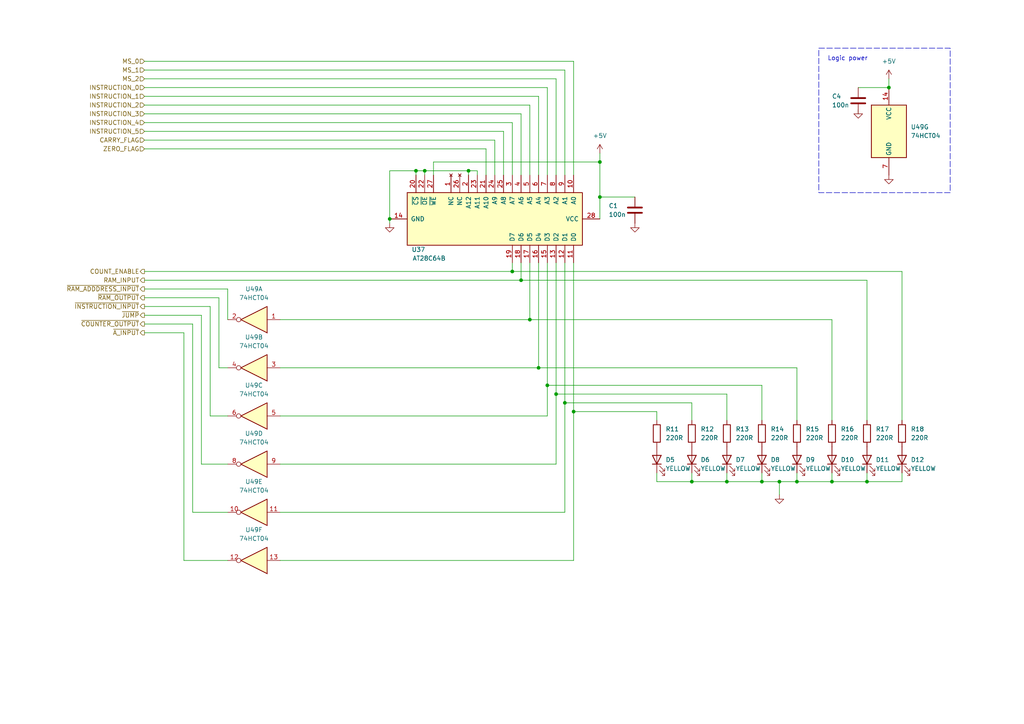
<source format=kicad_sch>
(kicad_sch (version 20230121) (generator eeschema)
  (paper "A4")
  (lib_symbols
    (symbol "01_my_library:28C64B" (pin_names (offset 1.016))
      (property "Reference" "U" (at 0 0 0))
      (symbol "28C64B_1_1"
        (rectangle (start -7.62 25.4) (end 7.62 -25.4) (stroke (width 0.254)) (fill (type background)))
        (pin no_connect line (at -12.7 -12.7 0) (length 5.08) (name "NC") (number "1"))
        (pin input line (at -12.7 22.86 0) (length 5.08) (name "A0") (number "10"))
        (pin tri_state line (at 12.7 22.86 180) (length 5.08) (name "D0") (number "11"))
        (pin tri_state line (at 12.7 20.32 180) (length 5.08) (name "D1") (number "12"))
        (pin tri_state line (at 12.7 17.78 180) (length 5.08) (name "D2") (number "13"))
        (pin power_in line (at 0 -30.48 90) (length 5.08) (name "GND") (number "14"))
        (pin tri_state line (at 12.7 15.24 180) (length 5.08) (name "D3") (number "15"))
        (pin tri_state line (at 12.7 12.7 180) (length 5.08) (name "D4") (number "16"))
        (pin tri_state line (at 12.7 10.16 180) (length 5.08) (name "D5") (number "17"))
        (pin tri_state line (at 12.7 7.62 180) (length 5.08) (name "D6") (number "18"))
        (pin tri_state line (at 12.7 5.08 180) (length 5.08) (name "D7") (number "19"))
        (pin input line (at -12.7 -7.62 0) (length 5.08) (name "A12") (number "2"))
        (pin input line (at -12.7 -22.86 0) (length 5.08) (name "~{CS}") (number "20"))
        (pin input line (at -12.7 -2.54 0) (length 5.08) (name "A10") (number "21"))
        (pin input line (at -12.7 -20.32 0) (length 5.08) (name "~{OE}") (number "22"))
        (pin input line (at -12.7 -5.08 0) (length 5.08) (name "A11") (number "23"))
        (pin input line (at -12.7 0 0) (length 5.08) (name "A9") (number "24"))
        (pin input line (at -12.7 2.54 0) (length 5.08) (name "A8") (number "25"))
        (pin no_connect line (at -12.7 -10.16 0) (length 5.08) (name "NC") (number "26"))
        (pin input line (at -12.7 -17.78 0) (length 5.08) (name "~{WE}") (number "27"))
        (pin power_in line (at 0 30.48 270) (length 5.08) (name "VCC") (number "28"))
        (pin input line (at -12.7 5.08 0) (length 5.08) (name "A7") (number "3"))
        (pin input line (at -12.7 7.62 0) (length 5.08) (name "A6") (number "4"))
        (pin input line (at -12.7 10.16 0) (length 5.08) (name "A5") (number "5"))
        (pin input line (at -12.7 12.7 0) (length 5.08) (name "A4") (number "6"))
        (pin input line (at -12.7 15.24 0) (length 5.08) (name "A3") (number "7"))
        (pin input line (at -12.7 17.78 0) (length 5.08) (name "A2") (number "8"))
        (pin input line (at -12.7 20.32 0) (length 5.08) (name "A1") (number "9"))
      )
    )
    (symbol "74xx:74HCT04"
      (property "Reference" "U" (at 0 1.27 0))
      (property "Value" "74HCT04" (at 0 -1.27 0))
      (symbol "74HCT04_1_0"
        (polyline (pts (xy -3.81 3.81) (xy -3.81 -3.81) (xy 3.81 0) (xy -3.81 3.81)) (stroke (width 0.254)) (fill (type background)))
        (pin input line (at -7.62 0 0) (length 3.81) (name "~") (number "1"))
        (pin output inverted (at 7.62 0 180) (length 3.81) (name "~") (number "2"))
      )
      (symbol "74HCT04_2_0"
        (polyline (pts (xy -3.81 3.81) (xy -3.81 -3.81) (xy 3.81 0) (xy -3.81 3.81)) (stroke (width 0.254)) (fill (type background)))
        (pin input line (at -7.62 0 0) (length 3.81) (name "~") (number "3"))
        (pin output inverted (at 7.62 0 180) (length 3.81) (name "~") (number "4"))
      )
      (symbol "74HCT04_3_0"
        (polyline (pts (xy -3.81 3.81) (xy -3.81 -3.81) (xy 3.81 0) (xy -3.81 3.81)) (stroke (width 0.254)) (fill (type background)))
        (pin input line (at -7.62 0 0) (length 3.81) (name "~") (number "5"))
        (pin output inverted (at 7.62 0 180) (length 3.81) (name "~") (number "6"))
      )
      (symbol "74HCT04_4_0"
        (polyline (pts (xy -3.81 3.81) (xy -3.81 -3.81) (xy 3.81 0) (xy -3.81 3.81)) (stroke (width 0.254)) (fill (type background)))
        (pin output inverted (at 7.62 0 180) (length 3.81) (name "~") (number "8"))
        (pin input line (at -7.62 0 0) (length 3.81) (name "~") (number "9"))
      )
      (symbol "74HCT04_5_0"
        (polyline (pts (xy -3.81 3.81) (xy -3.81 -3.81) (xy 3.81 0) (xy -3.81 3.81)) (stroke (width 0.254)) (fill (type background)))
        (pin output inverted (at 7.62 0 180) (length 3.81) (name "~") (number "10"))
        (pin input line (at -7.62 0 0) (length 3.81) (name "~") (number "11"))
      )
      (symbol "74HCT04_6_0"
        (polyline (pts (xy -3.81 3.81) (xy -3.81 -3.81) (xy 3.81 0) (xy -3.81 3.81)) (stroke (width 0.254)) (fill (type background)))
        (pin output inverted (at 7.62 0 180) (length 3.81) (name "~") (number "12"))
        (pin input line (at -7.62 0 0) (length 3.81) (name "~") (number "13"))
      )
      (symbol "74HCT04_7_0"
        (pin power_in line (at 0 12.7 270) (length 5.08) (name "VCC") (number "14"))
        (pin power_in line (at 0 -12.7 90) (length 5.08) (name "GND") (number "7"))
      )
      (symbol "74HCT04_7_1"
        (rectangle (start -5.08 7.62) (end 5.08 -7.62) (stroke (width 0.254)) (fill (type background)))
      )
    )
    (symbol "Device:C" (pin_numbers hide) (pin_names (offset 0.254))
      (property "Reference" "C" (at 0.635 2.54 0))
      (property "Value" "C" (at 0.635 -2.54 0))
      (symbol "C_0_1"
        (polyline (pts (xy -2.032 -0.762) (xy 2.032 -0.762)) (stroke (width 0.508)))
        (polyline (pts (xy -2.032 0.762) (xy 2.032 0.762)) (stroke (width 0.508)))
      )
      (symbol "C_1_1"
        (pin passive line (at 0 3.81 270) (length 2.794) (name "~") (number "1"))
        (pin passive line (at 0 -3.81 90) (length 2.794) (name "~") (number "2"))
      )
    )
    (symbol "Device:LED" (pin_numbers hide) (pin_names (offset 1.016) hide)
      (property "Reference" "D" (at 0 2.54 0))
      (property "Value" "LED" (at 0 -2.54 0))
      (symbol "LED_0_1"
        (polyline (pts (xy -1.27 -1.27) (xy -1.27 1.27)) (stroke (width 0.254)))
        (polyline (pts (xy -1.27 0) (xy 1.27 0)))
        (polyline (pts (xy 1.27 -1.27) (xy 1.27 1.27) (xy -1.27 0) (xy 1.27 -1.27)) (stroke (width 0.254)))
        (polyline (pts (xy -3.048 -0.762) (xy -4.572 -2.286) (xy -3.81 -2.286) (xy -4.572 -2.286) (xy -4.572 -1.524)))
        (polyline (pts (xy -1.778 -0.762) (xy -3.302 -2.286) (xy -2.54 -2.286) (xy -3.302 -2.286) (xy -3.302 -1.524)))
      )
      (symbol "LED_1_1"
        (pin passive line (at -3.81 0 0) (length 2.54) (name "K") (number "1"))
        (pin passive line (at 3.81 0 180) (length 2.54) (name "A") (number "2"))
      )
    )
    (symbol "Device:R" (pin_numbers hide) (pin_names (offset 0))
      (property "Reference" "R" (at 2.032 0 90))
      (property "Value" "R" (at 0 0 90))
      (symbol "R_0_1"
        (rectangle (start -1.016 -2.54) (end 1.016 2.54) (stroke (width 0.254)))
      )
      (symbol "R_1_1"
        (pin passive line (at 0 3.81 270) (length 1.27) (name "~") (number "1"))
        (pin passive line (at 0 -3.81 90) (length 1.27) (name "~") (number "2"))
      )
    )
    (symbol "power:+5V" (power) (pin_names (offset 0))
      (property "Value" "+5V" (at 0 3.556 0))
      (symbol "+5V_0_1"
        (polyline (pts (xy -0.762 1.27) (xy 0 2.54)))
        (polyline (pts (xy 0 0) (xy 0 2.54)))
        (polyline (pts (xy 0 2.54) (xy 0.762 1.27)))
      )
      (symbol "+5V_1_1"
        (pin power_in line (at 0 0 90) (length 0) hide (name "+5V") (number "1"))
      )
    )
    (symbol "power:GND" (power) (pin_names (offset 0))
      (property "Value" "GND" (at 0 -3.81 0))
      (symbol "GND_0_1"
        (polyline (pts (xy 0 0) (xy 0 -1.27) (xy 1.27 -1.27) (xy 0 -2.54) (xy -1.27 -1.27) (xy 0 -1.27)))
      )
      (symbol "GND_1_1"
        (pin power_in line (at 0 0 270) (length 0) hide (name "GND") (number "1"))
      )
    )
  )
  (junction (at 158.75 111.76))
  (junction (at 231.14 139.7))
  (junction (at 148.59 78.74))
  (junction (at 226.06 139.7))
  (junction (at 173.99 57.15))
  (junction (at 156.21 106.68))
  (junction (at 257.81 25.4))
  (junction (at 210.82 139.7))
  (junction (at 135.89 49.53))
  (junction (at 161.29 114.3))
  (junction (at 200.66 139.7))
  (junction (at 163.83 116.84))
  (junction (at 173.99 46.99))
  (junction (at 120.65 49.53))
  (junction (at 166.37 119.38))
  (junction (at 123.19 49.53))
  (junction (at 151.13 81.28))
  (junction (at 251.46 139.7))
  (junction (at 113.03 63.5))
  (junction (at 153.67 92.71))
  (junction (at 220.98 139.7))
  (junction (at 241.3 139.7))
  (wire (pts (xy 166.37 17.78) (xy 166.37 50.8)))
  (wire (pts (xy 66.04 83.82) (xy 41.91 83.82)))
  (wire (pts (xy 53.34 162.56) (xy 53.34 96.52)))
  (wire (pts (xy 53.34 96.52) (xy 41.91 96.52)))
  (wire (pts (xy 138.43 50.8) (xy 138.43 49.53)))
  (wire (pts (xy 143.51 40.64) (xy 143.51 50.8)))
  (wire (pts (xy 41.91 35.56) (xy 148.59 35.56)))
  (wire (pts (xy 210.82 139.7) (xy 220.98 139.7)))
  (wire (pts (xy 55.88 148.59) (xy 55.88 93.98)))
  (wire (pts (xy 66.04 120.65) (xy 60.96 120.65)))
  (wire (pts (xy 220.98 111.76) (xy 158.75 111.76)))
  (wire (pts (xy 41.91 33.02) (xy 151.13 33.02)))
  (wire (pts (xy 251.46 81.28) (xy 151.13 81.28)))
  (wire (pts (xy 55.88 93.98) (xy 41.91 93.98)))
  (wire (pts (xy 41.91 81.28) (xy 151.13 81.28)))
  (wire (pts (xy 148.59 78.74) (xy 41.91 78.74)))
  (wire (pts (xy 210.82 114.3) (xy 161.29 114.3)))
  (wire (pts (xy 156.21 106.68) (xy 81.28 106.68)))
  (wire (pts (xy 153.67 30.48) (xy 153.67 50.8)))
  (wire (pts (xy 41.91 22.86) (xy 161.29 22.86)))
  (wire (pts (xy 151.13 33.02) (xy 151.13 50.8)))
  (wire (pts (xy 200.66 139.7) (xy 200.66 137.16)))
  (wire (pts (xy 41.91 40.64) (xy 143.51 40.64)))
  (wire (pts (xy 261.62 121.92) (xy 261.62 78.74)))
  (wire (pts (xy 210.82 121.92) (xy 210.82 114.3)))
  (wire (pts (xy 173.99 44.45) (xy 173.99 46.99)))
  (wire (pts (xy 156.21 76.2) (xy 156.21 106.68)))
  (wire (pts (xy 135.89 50.8) (xy 135.89 49.53)))
  (wire (pts (xy 161.29 114.3) (xy 161.29 134.62)))
  (wire (pts (xy 113.03 49.53) (xy 113.03 63.5)))
  (wire (pts (xy 66.04 134.62) (xy 58.42 134.62)))
  (wire (pts (xy 241.3 92.71) (xy 153.67 92.71)))
  (wire (pts (xy 163.83 148.59) (xy 163.83 116.84)))
  (wire (pts (xy 251.46 121.92) (xy 251.46 81.28)))
  (wire (pts (xy 173.99 46.99) (xy 173.99 57.15)))
  (wire (pts (xy 81.28 162.56) (xy 166.37 162.56)))
  (wire (pts (xy 261.62 139.7) (xy 261.62 137.16)))
  (wire (pts (xy 190.5 139.7) (xy 190.5 137.16)))
  (wire (pts (xy 158.75 111.76) (xy 158.75 120.65)))
  (wire (pts (xy 41.91 20.32) (xy 163.83 20.32)))
  (wire (pts (xy 58.42 134.62) (xy 58.42 91.44)))
  (wire (pts (xy 66.04 92.71) (xy 66.04 83.82)))
  (wire (pts (xy 41.91 25.4) (xy 158.75 25.4)))
  (wire (pts (xy 226.06 143.51) (xy 226.06 139.7)))
  (wire (pts (xy 210.82 139.7) (xy 210.82 137.16)))
  (wire (pts (xy 241.3 139.7) (xy 251.46 139.7)))
  (wire (pts (xy 138.43 49.53) (xy 135.89 49.53)))
  (wire (pts (xy 231.14 139.7) (xy 231.14 137.16)))
  (wire (pts (xy 66.04 162.56) (xy 53.34 162.56)))
  (wire (pts (xy 161.29 76.2) (xy 161.29 114.3)))
  (wire (pts (xy 163.83 20.32) (xy 163.83 50.8)))
  (wire (pts (xy 166.37 162.56) (xy 166.37 119.38)))
  (wire (pts (xy 63.5 86.36) (xy 41.91 86.36)))
  (wire (pts (xy 125.73 46.99) (xy 125.73 50.8)))
  (wire (pts (xy 231.14 121.92) (xy 231.14 106.68)))
  (wire (pts (xy 41.91 17.78) (xy 166.37 17.78)))
  (wire (pts (xy 113.03 64.77) (xy 113.03 63.5)))
  (wire (pts (xy 200.66 139.7) (xy 210.82 139.7)))
  (wire (pts (xy 58.42 91.44) (xy 41.91 91.44)))
  (wire (pts (xy 251.46 139.7) (xy 261.62 139.7)))
  (wire (pts (xy 60.96 120.65) (xy 60.96 88.9)))
  (wire (pts (xy 173.99 63.5) (xy 173.99 57.15)))
  (wire (pts (xy 123.19 49.53) (xy 135.89 49.53)))
  (wire (pts (xy 140.97 43.18) (xy 140.97 50.8)))
  (wire (pts (xy 241.3 121.92) (xy 241.3 92.71)))
  (wire (pts (xy 158.75 76.2) (xy 158.75 111.76)))
  (wire (pts (xy 161.29 134.62) (xy 81.28 134.62)))
  (wire (pts (xy 261.62 78.74) (xy 148.59 78.74)))
  (wire (pts (xy 173.99 57.15) (xy 184.15 57.15)))
  (wire (pts (xy 166.37 119.38) (xy 166.37 76.2)))
  (wire (pts (xy 226.06 139.7) (xy 231.14 139.7)))
  (wire (pts (xy 190.5 119.38) (xy 166.37 119.38)))
  (wire (pts (xy 41.91 27.94) (xy 156.21 27.94)))
  (wire (pts (xy 200.66 121.92) (xy 200.66 116.84)))
  (wire (pts (xy 41.91 38.1) (xy 146.05 38.1)))
  (wire (pts (xy 41.91 43.18) (xy 140.97 43.18)))
  (wire (pts (xy 158.75 25.4) (xy 158.75 50.8)))
  (wire (pts (xy 220.98 139.7) (xy 220.98 137.16)))
  (wire (pts (xy 248.92 25.4) (xy 257.81 25.4)))
  (wire (pts (xy 163.83 116.84) (xy 163.83 76.2)))
  (wire (pts (xy 251.46 139.7) (xy 251.46 137.16)))
  (wire (pts (xy 190.5 139.7) (xy 200.66 139.7)))
  (wire (pts (xy 41.91 30.48) (xy 153.67 30.48)))
  (wire (pts (xy 163.83 116.84) (xy 200.66 116.84)))
  (wire (pts (xy 231.14 139.7) (xy 241.3 139.7)))
  (wire (pts (xy 156.21 27.94) (xy 156.21 50.8)))
  (wire (pts (xy 190.5 121.92) (xy 190.5 119.38)))
  (wire (pts (xy 148.59 76.2) (xy 148.59 78.74)))
  (wire (pts (xy 153.67 76.2) (xy 153.67 92.71)))
  (wire (pts (xy 148.59 35.56) (xy 148.59 50.8)))
  (wire (pts (xy 63.5 106.68) (xy 63.5 86.36)))
  (wire (pts (xy 123.19 49.53) (xy 123.19 50.8)))
  (wire (pts (xy 81.28 148.59) (xy 163.83 148.59)))
  (wire (pts (xy 158.75 120.65) (xy 81.28 120.65)))
  (wire (pts (xy 81.28 92.71) (xy 153.67 92.71)))
  (wire (pts (xy 151.13 81.28) (xy 151.13 76.2)))
  (wire (pts (xy 146.05 38.1) (xy 146.05 50.8)))
  (wire (pts (xy 120.65 49.53) (xy 113.03 49.53)))
  (wire (pts (xy 241.3 139.7) (xy 241.3 137.16)))
  (wire (pts (xy 257.81 22.86) (xy 257.81 25.4)))
  (wire (pts (xy 66.04 148.59) (xy 55.88 148.59)))
  (wire (pts (xy 220.98 139.7) (xy 226.06 139.7)))
  (wire (pts (xy 220.98 121.92) (xy 220.98 111.76)))
  (wire (pts (xy 248.92 31.75) (xy 248.92 33.02)))
  (wire (pts (xy 120.65 49.53) (xy 123.19 49.53)))
  (wire (pts (xy 231.14 106.68) (xy 156.21 106.68)))
  (wire (pts (xy 60.96 88.9) (xy 41.91 88.9)))
  (wire (pts (xy 66.04 106.68) (xy 63.5 106.68)))
  (wire (pts (xy 161.29 22.86) (xy 161.29 50.8)))
  (wire (pts (xy 120.65 49.53) (xy 120.65 50.8)))
  (wire (pts (xy 125.73 46.99) (xy 173.99 46.99)))
  (rectangle (start 237.49 13.97) (end 275.59 55.88) (stroke (width 0) (type dash)))
  (text "Logic power" (at 240.03 17.78 0) (effects (font (size 1.27 1.27)) (justify left bottom)))
  (hierarchical_label "RAM_INPUT" (shape output) (at 41.91 81.28 180))
  (hierarchical_label "INSTRUCTION_0" (shape input) (at 41.91 25.4 180))
  (hierarchical_label "~{INSTRUCTION_INPUT}" (shape output) (at 41.91 88.9 180))
  (hierarchical_label "~{RAM_ADDDRESS_INPUT}" (shape output) (at 41.91 83.82 180))
  (hierarchical_label "MS_0" (shape input) (at 41.91 17.78 180))
  (hierarchical_label "~{RAM_OUTPUT}" (shape output) (at 41.91 86.36 180))
  (hierarchical_label "~{JUMP}" (shape output) (at 41.91 91.44 180))
  (hierarchical_label "INSTRUCTION_1" (shape input) (at 41.91 27.94 180))
  (hierarchical_label "INSTRUCTION_3" (shape input) (at 41.91 33.02 180))
  (hierarchical_label "ZERO_FLAG" (shape input) (at 41.91 43.18 180))
  (hierarchical_label "~{A_INPUT}" (shape output) (at 41.91 96.52 180))
  (hierarchical_label "INSTRUCTION_5" (shape input) (at 41.91 38.1 180))
  (hierarchical_label "MS_1" (shape input) (at 41.91 20.32 180))
  (hierarchical_label "MS_2" (shape input) (at 41.91 22.86 180))
  (hierarchical_label "INSTRUCTION_4" (shape input) (at 41.91 35.56 180))
  (hierarchical_label "CARRY_FLAG" (shape input) (at 41.91 40.64 180))
  (hierarchical_label "INSTRUCTION_2" (shape input) (at 41.91 30.48 180))
  (hierarchical_label "COUNT_ENABLE" (shape output) (at 41.91 78.74 180))
  (hierarchical_label "~{COUNTER_OUTPUT}" (shape output) (at 41.91 93.98 180))
  (symbol (lib_id "01_my_library:28C64B") (at 143.51 63.5 270) (unit 1)
    (property "Reference" "U37" (at 119.38 72.39 90) (effects (justify left)))
    (property "Value" "AT28C64B" (at 124.46 74.93 90))
    (property "Footprint" "Package_DIP:DIP-28_W15.24mm_Socket" (effects hide))
    (instances (project "8-bit-cpu" (path "" (reference "U37") (unit 1)) (path "" (reference "U?") (unit 1)) (path "" (reference "U50") (unit 1))))
  )
  (symbol (lib_id "74xx:74HCT04") (at 73.66 106.68 180) (unit 2)
    (property "Reference" "U49" (at 73.66 97.79 0))
    (property "Value" "74HCT04" (at 73.66 100.33 0))
    (property "Datasheet" "https://assets.nexperia.com/documents/data-sheet/74HC_HCT04.pdf" (effects hide))
  )
  (symbol (lib_id "power:+5V") (at 173.99 44.45 0) (unit 1)
    (property "Reference" "#PWR07" (effects hide))
    (property "Value" "+5V" (at 173.99 39.37 0))
    (instances (project "8-bit-cpu" (path "" (reference "#PWR07") (unit 1)) (path "" (reference "#PWR0153") (unit 1)) (path "" (reference "#PWR?") (unit 1)) (path "" (reference "#PWR0202") (unit 1))))
  )
  (symbol (lib_id "Device:C") (at 248.92 29.21 0) (unit 1)
    (property "Reference" "C4" (at 241.3 27.94 0) (effects (justify left)))
    (property "Value" "100n" (at 241.3 30.48 0) (effects (justify left)))
    (property "Footprint" "01_my_library:C_Disc_D4.0mm_W2.6mm_P2.50mm" (effects hide))
    (instances (project "8-bit-cpu" (path "" (reference "C4") (unit 1)) (path "" (reference "C?") (unit 1)) (path "" (reference "C57") (unit 1))))
  )
  (symbol (lib_id "Device:LED") (at 200.66 133.35 90) (unit 1)
    (property "Reference" "D6" (at 203.2 133.35 90) (effects (justify right)))
    (property "Value" "YELLOW" (at 203.2 135.89 90) (effects (justify right)))
    (property "Footprint" "LED_THT:LED_D5.0mm" (effects hide))
    (instances (project "8-bit-cpu" (path "" (reference "D6") (unit 1)) (path "" (reference "D14") (unit 1)) (path "" (reference "D30") (unit 1)) (path "" (reference "D702") (unit 1)) (path "" (reference "D46") (unit 1)) (path "" (reference "D84") (unit 1))))
  )
  (symbol (lib_id "74xx:74HCT04") (at 73.66 120.65 180) (unit 3)
    (property "Reference" "U49" (at 73.66 111.76 0))
    (property "Value" "74HCT04" (at 73.66 114.3 0))
    (property "Datasheet" "https://assets.nexperia.com/documents/data-sheet/74HC_HCT04.pdf" (effects hide))
  )
  (symbol (lib_id "power:+5V") (at 257.81 22.86 0) (unit 1)
    (property "Reference" "#PWR05" (effects hide))
    (property "Value" "+5V" (at 257.81 17.78 0))
    (instances (project "8-bit-cpu" (path "" (reference "#PWR05") (unit 1)) (path "" (reference "#PWR?") (unit 1)) (path "" (reference "#PWR0200") (unit 1))))
  )
  (symbol (lib_id "74xx:74HCT04") (at 73.66 148.59 180) (unit 5)
    (property "Reference" "U49" (at 73.66 139.7 0))
    (property "Value" "74HCT04" (at 73.66 142.24 0))
    (property "Datasheet" "https://assets.nexperia.com/documents/data-sheet/74HC_HCT04.pdf" (effects hide))
  )
  (symbol (lib_id "Device:LED") (at 241.3 133.35 90) (unit 1)
    (property "Reference" "D10" (at 243.84 133.35 90) (effects (justify right)))
    (property "Value" "YELLOW" (at 243.84 135.89 90) (effects (justify right)))
    (property "Footprint" "LED_THT:LED_D5.0mm" (effects hide))
    (instances (project "8-bit-cpu" (path "" (reference "D10") (unit 1)) (path "" (reference "D18") (unit 1)) (path "" (reference "D34") (unit 1)) (path "" (reference "D706") (unit 1)) (path "" (reference "D50") (unit 1)) (path "" (reference "D88") (unit 1))))
  )
  (symbol (lib_id "74xx:74HCT04") (at 73.66 162.56 180) (unit 6)
    (property "Reference" "U49" (at 73.66 153.67 0))
    (property "Value" "74HCT04" (at 73.66 156.21 0))
    (property "Datasheet" "https://assets.nexperia.com/documents/data-sheet/74HC_HCT04.pdf" (effects hide))
  )
  (symbol (lib_id "power:GND") (at 226.06 143.51 0) (unit 1)
    (property "Reference" "#PWR045" (effects hide))
    (property "Value" "GND" (effects hide))
    (instances (project "8-bit-cpu" (path "" (reference "#PWR045") (unit 1)) (path "" (reference "#PWR051") (unit 1)) (path "" (reference "#PWR074") (unit 1)) (path "" (reference "#PWR0710") (unit 1)) (path "" (reference "#PWR0101") (unit 1)) (path "" (reference "#PWR0206") (unit 1))))
  )
  (symbol (lib_id "power:GND") (at 113.03 64.77 0) (unit 1)
    (property "Reference" "#PWR?" (effects hide))
    (property "Value" "GND" (effects hide))
    (instances (project "8-bit-cpu" (path "" (reference "#PWR?") (unit 1)) (path "" (reference "#PWR0204") (unit 1))))
  )
  (symbol (lib_id "power:GND") (at 257.81 50.8 0) (unit 1)
    (property "Reference" "#PWR011" (effects hide))
    (property "Value" "GND" (effects hide))
    (instances (project "8-bit-cpu" (path "" (reference "#PWR011") (unit 1)) (path "" (reference "#PWR?") (unit 1)) (path "" (reference "#PWR0203") (unit 1))))
  )
  (symbol (lib_id "Device:R") (at 231.14 125.73 0) (unit 1)
    (property "Reference" "R15" (at 233.68 124.46 0) (effects (justify left)))
    (property "Value" "220R" (at 233.68 127 0) (effects (justify left)))
    (property "Footprint" "Resistor_THT:R_Axial_DIN0204_L3.6mm_D1.6mm_P7.62mm_Horizontal" (effects hide))
    (instances (project "8-bit-cpu" (path "" (reference "R15") (unit 1)) (path "" (reference "R23") (unit 1)) (path "" (reference "R47") (unit 1)) (path "" (reference "R705") (unit 1)) (path "" (reference "R71") (unit 1)) (path "" (reference "R131") (unit 1))))
  )
  (symbol (lib_id "Device:C") (at 184.15 60.96 0) (unit 1)
    (property "Reference" "C1" (at 176.53 59.69 0) (effects (justify left)))
    (property "Value" "100n" (at 176.53 62.23 0) (effects (justify left)))
    (property "Footprint" "01_my_library:C_Disc_D4.0mm_W2.6mm_P2.50mm" (effects hide))
    (instances (project "8-bit-cpu" (path "" (reference "C1") (unit 1)) (path "" (reference "C45") (unit 1)) (path "" (reference "C?") (unit 1)) (path "" (reference "C58") (unit 1))))
  )
  (symbol (lib_id "Device:R") (at 210.82 125.73 0) (unit 1)
    (property "Reference" "R13" (at 213.36 124.46 0) (effects (justify left)))
    (property "Value" "220R" (at 213.36 127 0) (effects (justify left)))
    (property "Footprint" "Resistor_THT:R_Axial_DIN0204_L3.6mm_D1.6mm_P7.62mm_Horizontal" (effects hide))
    (instances (project "8-bit-cpu" (path "" (reference "R13") (unit 1)) (path "" (reference "R21") (unit 1)) (path "" (reference "R45") (unit 1)) (path "" (reference "R703") (unit 1)) (path "" (reference "R69") (unit 1)) (path "" (reference "R129") (unit 1))))
  )
  (symbol (lib_id "Device:LED") (at 220.98 133.35 90) (unit 1)
    (property "Reference" "D8" (at 223.52 133.35 90) (effects (justify right)))
    (property "Value" "YELLOW" (at 223.52 135.89 90) (effects (justify right)))
    (property "Footprint" "LED_THT:LED_D5.0mm" (effects hide))
    (instances (project "8-bit-cpu" (path "" (reference "D8") (unit 1)) (path "" (reference "D16") (unit 1)) (path "" (reference "D32") (unit 1)) (path "" (reference "D704") (unit 1)) (path "" (reference "D48") (unit 1)) (path "" (reference "D86") (unit 1))))
  )
  (symbol (lib_id "Device:R") (at 261.62 125.73 0) (unit 1)
    (property "Reference" "R18" (at 264.16 124.46 0) (effects (justify left)))
    (property "Value" "220R" (at 264.16 127 0) (effects (justify left)))
    (property "Footprint" "Resistor_THT:R_Axial_DIN0204_L3.6mm_D1.6mm_P7.62mm_Horizontal" (effects hide))
    (instances (project "8-bit-cpu" (path "" (reference "R18") (unit 1)) (path "" (reference "R26") (unit 1)) (path "" (reference "R50") (unit 1)) (path "" (reference "R708") (unit 1)) (path "" (reference "R74") (unit 1)) (path "" (reference "R134") (unit 1))))
  )
  (symbol (lib_id "Device:LED") (at 190.5 133.35 90) (unit 1)
    (property "Reference" "D5" (at 193.04 133.35 90) (effects (justify right)))
    (property "Value" "YELLOW" (at 193.04 135.89 90) (effects (justify right)))
    (property "Footprint" "LED_THT:LED_D5.0mm" (effects hide))
    (instances (project "8-bit-cpu" (path "" (reference "D5") (unit 1)) (path "" (reference "D13") (unit 1)) (path "" (reference "D29") (unit 1)) (path "" (reference "D701") (unit 1)) (path "" (reference "D45") (unit 1)) (path "" (reference "D83") (unit 1))))
  )
  (symbol (lib_id "Device:R") (at 220.98 125.73 0) (unit 1)
    (property "Reference" "R14" (at 223.52 124.46 0) (effects (justify left)))
    (property "Value" "220R" (at 223.52 127 0) (effects (justify left)))
    (property "Footprint" "Resistor_THT:R_Axial_DIN0204_L3.6mm_D1.6mm_P7.62mm_Horizontal" (effects hide))
    (instances (project "8-bit-cpu" (path "" (reference "R14") (unit 1)) (path "" (reference "R22") (unit 1)) (path "" (reference "R46") (unit 1)) (path "" (reference "R704") (unit 1)) (path "" (reference "R70") (unit 1)) (path "" (reference "R130") (unit 1))))
  )
  (symbol (lib_id "Device:R") (at 190.5 125.73 0) (unit 1)
    (property "Reference" "R11" (at 193.04 124.46 0) (effects (justify left)))
    (property "Value" "220R" (at 193.04 127 0) (effects (justify left)))
    (property "Footprint" "Resistor_THT:R_Axial_DIN0204_L3.6mm_D1.6mm_P7.62mm_Horizontal" (effects hide))
    (instances (project "8-bit-cpu" (path "" (reference "R11") (unit 1)) (path "" (reference "R19") (unit 1)) (path "" (reference "R43") (unit 1)) (path "" (reference "R701") (unit 1)) (path "" (reference "R67") (unit 1)) (path "" (reference "R127") (unit 1))))
  )
  (symbol (lib_id "power:GND") (at 184.15 64.77 0) (unit 1)
    (property "Reference" "#PWR012" (effects hide))
    (property "Value" "GND" (effects hide))
    (instances (project "8-bit-cpu" (path "" (reference "#PWR012") (unit 1)) (path "" (reference "#PWR0154") (unit 1)) (path "" (reference "#PWR?") (unit 1)) (path "" (reference "#PWR0205") (unit 1))))
  )
  (symbol (lib_id "Device:R") (at 241.3 125.73 0) (unit 1)
    (property "Reference" "R16" (at 243.84 124.46 0) (effects (justify left)))
    (property "Value" "220R" (at 243.84 127 0) (effects (justify left)))
    (property "Footprint" "Resistor_THT:R_Axial_DIN0204_L3.6mm_D1.6mm_P7.62mm_Horizontal" (effects hide))
    (instances (project "8-bit-cpu" (path "" (reference "R16") (unit 1)) (path "" (reference "R24") (unit 1)) (path "" (reference "R48") (unit 1)) (path "" (reference "R706") (unit 1)) (path "" (reference "R72") (unit 1)) (path "" (reference "R132") (unit 1))))
  )
  (symbol (lib_id "Device:R") (at 251.46 125.73 0) (unit 1)
    (property "Reference" "R17" (at 254 124.46 0) (effects (justify left)))
    (property "Value" "220R" (at 254 127 0) (effects (justify left)))
    (property "Footprint" "Resistor_THT:R_Axial_DIN0204_L3.6mm_D1.6mm_P7.62mm_Horizontal" (effects hide))
    (instances (project "8-bit-cpu" (path "" (reference "R17") (unit 1)) (path "" (reference "R25") (unit 1)) (path "" (reference "R49") (unit 1)) (path "" (reference "R707") (unit 1)) (path "" (reference "R73") (unit 1)) (path "" (reference "R133") (unit 1))))
  )
  (symbol (lib_id "Device:LED") (at 261.62 133.35 90) (unit 1)
    (property "Reference" "D12" (at 264.16 133.35 90) (effects (justify right)))
    (property "Value" "YELLOW" (at 264.16 135.89 90) (effects (justify right)))
    (property "Footprint" "LED_THT:LED_D5.0mm" (effects hide))
    (instances (project "8-bit-cpu" (path "" (reference "D12") (unit 1)) (path "" (reference "D20") (unit 1)) (path "" (reference "D36") (unit 1)) (path "" (reference "D708") (unit 1)) (path "" (reference "D52") (unit 1)) (path "" (reference "D90") (unit 1))))
  )
  (symbol (lib_id "power:GND") (at 248.92 31.75 0) (unit 1)
    (property "Reference" "#PWR011" (effects hide))
    (property "Value" "GND" (effects hide))
    (instances (project "8-bit-cpu" (path "" (reference "#PWR011") (unit 1)) (path "" (reference "#PWR?") (unit 1)) (path "" (reference "#PWR0201") (unit 1))))
  )
  (symbol (lib_id "Device:LED") (at 231.14 133.35 90) (unit 1)
    (property "Reference" "D9" (at 233.68 133.35 90) (effects (justify right)))
    (property "Value" "YELLOW" (at 233.68 135.89 90) (effects (justify right)))
    (property "Footprint" "LED_THT:LED_D5.0mm" (effects hide))
    (instances (project "8-bit-cpu" (path "" (reference "D9") (unit 1)) (path "" (reference "D17") (unit 1)) (path "" (reference "D33") (unit 1)) (path "" (reference "D705") (unit 1)) (path "" (reference "D49") (unit 1)) (path "" (reference "D87") (unit 1))))
  )
  (symbol (lib_id "74xx:74HCT04") (at 257.81 38.1 0) (unit 7)
    (property "Reference" "U49" (at 264.16 36.83 0) (effects (justify left)))
    (property "Value" "74HCT04" (at 264.16 39.37 0) (effects (justify left)))
    (property "Datasheet" "https://assets.nexperia.com/documents/data-sheet/74HC_HCT04.pdf" (effects hide))
  )
  (symbol (lib_id "74xx:74HCT04") (at 73.66 134.62 180) (unit 4)
    (property "Reference" "U49" (at 73.66 125.73 0))
    (property "Value" "74HCT04" (at 73.66 128.27 0))
    (property "Datasheet" "https://assets.nexperia.com/documents/data-sheet/74HC_HCT04.pdf" (effects hide))
  )
  (symbol (lib_id "Device:LED") (at 251.46 133.35 90) (unit 1)
    (property "Reference" "D11" (at 254 133.35 90) (effects (justify right)))
    (property "Value" "YELLOW" (at 254 135.89 90) (effects (justify right)))
    (property "Footprint" "LED_THT:LED_D5.0mm" (effects hide))
    (instances (project "8-bit-cpu" (path "" (reference "D11") (unit 1)) (path "" (reference "D19") (unit 1)) (path "" (reference "D35") (unit 1)) (path "" (reference "D707") (unit 1)) (path "" (reference "D51") (unit 1)) (path "" (reference "D89") (unit 1))))
  )
  (symbol (lib_id "Device:LED") (at 210.82 133.35 90) (unit 1)
    (property "Reference" "D7" (at 213.36 133.35 90) (effects (justify right)))
    (property "Value" "YELLOW" (at 213.36 135.89 90) (effects (justify right)))
    (property "Footprint" "LED_THT:LED_D5.0mm" (effects hide))
    (instances (project "8-bit-cpu" (path "" (reference "D7") (unit 1)) (path "" (reference "D15") (unit 1)) (path "" (reference "D31") (unit 1)) (path "" (reference "D703") (unit 1)) (path "" (reference "D47") (unit 1)) (path "" (reference "D85") (unit 1))))
  )
  (symbol (lib_id "74xx:74HCT04") (at 73.66 92.71 180) (unit 1)
    (property "Reference" "U49" (at 73.66 83.82 0))
    (property "Value" "74HCT04" (at 73.66 86.36 0))
    (property "Datasheet" "https://assets.nexperia.com/documents/data-sheet/74HC_HCT04.pdf" (effects hide))
  )
  (symbol (lib_id "Device:R") (at 200.66 125.73 0) (unit 1)
    (property "Reference" "R12" (at 203.2 124.46 0) (effects (justify left)))
    (property "Value" "220R" (at 203.2 127 0) (effects (justify left)))
    (property "Footprint" "Resistor_THT:R_Axial_DIN0204_L3.6mm_D1.6mm_P7.62mm_Horizontal" (effects hide))
    (instances (project "8-bit-cpu" (path "" (reference "R12") (unit 1)) (path "" (reference "R20") (unit 1)) (path "" (reference "R44") (unit 1)) (path "" (reference "R702") (unit 1)) (path "" (reference "R68") (unit 1)) (path "" (reference "R128") (unit 1))))
  )
)
</source>
